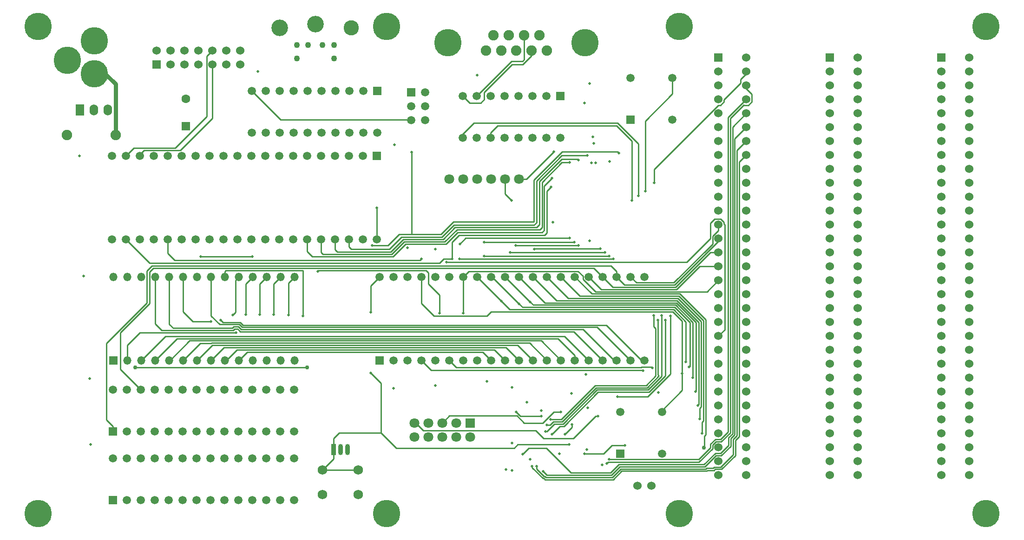
<source format=gbl>
G04 Layer_Physical_Order=4*
G04 Layer_Color=11436288*
%FSLAX24Y24*%
%MOIN*%
G70*
G01*
G75*
%ADD10C,0.0300*%
%ADD25C,0.0100*%
%ADD27C,0.0300*%
%ADD28C,0.1969*%
%ADD29R,0.0591X0.0591*%
%ADD30C,0.0591*%
%ADD31C,0.0709*%
%ADD32R,0.0630X0.0630*%
%ADD33C,0.0630*%
%ADD34O,0.0591X0.0591*%
%ADD35R,0.0591X0.0591*%
%ADD36R,0.0591X0.0591*%
%ADD37C,0.0591*%
%ADD38C,0.0600*%
%ADD39R,0.0600X0.0600*%
%ADD40C,0.0748*%
%ADD41R,0.0709X0.0709*%
%ADD42R,0.0344X0.0787*%
%ADD43O,0.0344X0.0787*%
%ADD44R,0.0600X0.0600*%
%ADD45R,0.0600X0.0800*%
%ADD46O,0.0600X0.0800*%
%ADD47C,0.1091*%
%ADD48C,0.1190*%
%ADD49C,0.1191*%
%ADD50C,0.0433*%
%ADD51C,0.0689*%
%ADD52C,0.0750*%
%ADD53C,0.0200*%
D10*
X87780Y72730D02*
D03*
X59300Y78500D02*
D03*
X46950D02*
D03*
D25*
X73500Y90970D02*
Y92030D01*
Y90970D02*
X73970Y90500D01*
X86048Y83780D02*
X87900Y81928D01*
X49684Y81320D02*
X53926D01*
X49406Y81598D02*
X49684Y81320D01*
X53926D02*
X54026Y81420D01*
X48860Y81160D02*
X53992D01*
X54092Y81260D01*
X54308D01*
X47300Y81000D02*
X54200D01*
X52406Y82194D02*
X53020Y81580D01*
X54440D01*
X53260Y81740D02*
X54507D01*
X53100Y81900D02*
X53260Y81740D01*
X48406Y81614D02*
X48860Y81160D01*
X74500Y92030D02*
X75030D01*
X77000Y94000D01*
X70225Y86275D02*
X81275D01*
X70225D02*
X70240Y86260D01*
X72000Y86500D02*
X80950D01*
X73850Y86750D02*
X80650D01*
X75600Y87000D02*
X75620Y87020D01*
X80330D01*
X74250Y87250D02*
X78750D01*
X72000Y87500D02*
X78450D01*
X70250Y87350D02*
X70675Y87775D01*
X78125D01*
X67400Y86200D02*
X67500Y86300D01*
X49800Y86200D02*
X67400D01*
X49300Y86700D02*
X49800Y86200D01*
X48000Y86000D02*
X68800D01*
X48174Y85800D02*
X81100D01*
X48268Y85630D02*
X79870D01*
X59000Y82200D02*
Y85470D01*
X53470D02*
X59000D01*
X53406Y85406D02*
X53470Y85470D01*
X69100Y86300D02*
X69700D01*
X68800Y86000D02*
X69100Y86300D01*
X49300Y86700D02*
Y87700D01*
X46300D02*
X48000Y86000D01*
X47811Y85437D02*
X48174Y85800D01*
X48000Y85362D02*
X48268Y85630D01*
X81100Y85800D02*
X81500Y85400D01*
X69300Y86050D02*
X86520D01*
X79870Y85630D02*
X80500Y85000D01*
X78745Y85405D02*
X79095Y85055D01*
X71332Y85405D02*
X78745D01*
X71327Y85400D02*
X71332Y85405D01*
X70900Y85400D02*
X71327D01*
X70500Y85000D02*
X70900Y85400D01*
X86520Y86050D02*
X88230Y87760D01*
X45900Y81000D02*
X48000Y83100D01*
X45900Y78364D02*
Y81000D01*
Y78364D02*
X47370Y76894D01*
X44900Y80226D02*
X47811Y83137D01*
X44900Y74740D02*
Y80226D01*
Y74740D02*
X45370Y74270D01*
X54460Y81060D02*
X78440D01*
X54460D02*
Y81108D01*
X78440Y81060D02*
X80500Y79000D01*
X54026Y81420D02*
X54374D01*
X54574Y81220D01*
X79115D01*
X54440Y81580D02*
X54640Y81380D01*
X80106D01*
X54507Y81740D02*
X54707Y81540D01*
X80763D01*
X79115Y81220D02*
X81335Y79000D01*
X80106Y81380D02*
X82486Y79000D01*
X80763Y81540D02*
X83303Y79000D01*
X87150Y76750D02*
X87210Y76810D01*
X87320Y75770D02*
X87410Y75860D01*
X47605Y94105D02*
X50205D01*
X47200Y93700D02*
X47605Y94105D01*
X47200Y93700D02*
X47545D01*
X46500Y93900D02*
X46865Y94265D01*
X46500Y93800D02*
Y93900D01*
X46400Y93700D02*
X46500Y93800D01*
X46300Y93700D02*
X46400D01*
X52100Y100850D02*
X52500Y101250D01*
X52100Y100440D02*
Y100850D01*
X52090Y100430D02*
X52100Y100440D01*
X50205Y94105D02*
X52500Y96400D01*
Y100250D01*
X73972Y100500D02*
X74750D01*
X71467Y97995D02*
X73972Y100500D01*
X74000Y100250D02*
X74750D01*
X72000Y98250D02*
X74000Y100250D01*
X72000Y97750D02*
Y98250D01*
X75406Y100906D02*
Y101250D01*
X74750Y100250D02*
X75406Y100906D01*
X74858Y100608D02*
Y102368D01*
X74750Y100500D02*
X74858Y100608D01*
X71750Y97500D02*
X72000Y97750D01*
X70962Y97500D02*
X71750D01*
X70467Y97995D02*
X70962Y97500D01*
X89820Y95770D02*
X90800Y96750D01*
X89660Y73804D02*
Y96384D01*
X90623Y97347D01*
X90623D01*
X90630Y97340D01*
X90970D01*
X89500Y96450D02*
X90800Y97750D01*
X89500Y73870D02*
Y96450D01*
X89980Y94930D02*
X90800Y95750D01*
X88800Y80750D02*
X89250Y81200D01*
Y88750D01*
X89210Y88790D02*
X89250Y88750D01*
X89820Y73738D02*
Y95770D01*
X89980Y73671D02*
Y94930D01*
X90140Y73605D02*
Y94090D01*
X90300Y73539D02*
Y93250D01*
X90020Y73259D02*
X90300Y73539D01*
X89850Y73315D02*
X90140Y73605D01*
X89690Y73381D02*
X89980Y73671D01*
X89530Y73448D02*
X89820Y73738D01*
X89016Y73160D02*
X89660Y73804D01*
X88970Y73340D02*
X89500Y73870D01*
X89210Y88790D02*
Y88920D01*
X88970Y89160D02*
X89210Y88920D01*
X88520Y89160D02*
X88970D01*
X88230Y88870D02*
X88520Y89160D01*
X88230Y87760D02*
Y88870D01*
X88390Y87920D02*
X88800Y88330D01*
X88390Y87369D02*
Y87920D01*
X88800Y88330D02*
Y88750D01*
X89850Y72220D02*
Y73315D01*
X90300Y93250D02*
X90800Y93750D01*
X90020Y72164D02*
Y73259D01*
X90140Y94090D02*
X90800Y94750D01*
X89690Y72834D02*
Y73381D01*
X89530Y72900D02*
Y73448D01*
X90800Y99600D02*
Y99750D01*
X90390Y99190D02*
X90800Y99600D01*
X90390Y98920D02*
Y99190D01*
X89210Y97740D02*
X90390Y98920D01*
X89210Y97580D02*
Y97740D01*
X88970Y97340D02*
X89210Y97580D01*
X88810Y97340D02*
X88970D01*
X91210Y97580D02*
Y98130D01*
X90970Y97340D02*
X91210Y97580D01*
X90800Y98540D02*
X91210Y98130D01*
X90800Y98540D02*
Y98750D01*
X88630Y73160D02*
X89016D01*
X88390Y72920D02*
X88630Y73160D01*
X88584Y73340D02*
X88970D01*
X88230Y72986D02*
X88584Y73340D01*
X88970Y72340D02*
X89530Y72900D01*
X88584Y72340D02*
X88970D01*
X75205Y72700D02*
X76450D01*
X74760Y72255D02*
X75205Y72700D01*
X89016Y72160D02*
X89690Y72834D01*
X88630Y72160D02*
X89016D01*
X87835Y71365D02*
X88630Y72160D01*
X76217Y71040D02*
X76507Y70750D01*
X88970Y71340D02*
X89850Y72220D01*
X88504Y71340D02*
X88970D01*
X75760Y71200D02*
Y71380D01*
X76361Y70670D02*
X76441Y70590D01*
X75760Y71200D02*
X76290Y70670D01*
X76361D01*
X89036Y71180D02*
X90020Y72164D01*
X88570Y71180D02*
X89036D01*
X75430Y71304D02*
Y71400D01*
X76295Y70510D02*
X76375Y70430D01*
X75430Y71304D02*
X76224Y70510D01*
X76295D01*
X82500Y85000D02*
X82920Y84580D01*
X88800Y87553D02*
Y87750D01*
X81500Y85000D02*
Y85400D01*
Y85000D02*
X82080Y84420D01*
X47811Y83137D02*
Y85437D01*
X45370Y73894D02*
Y74270D01*
X78500Y85000D02*
X79720Y83780D01*
X87810Y73562D02*
X87900Y73652D01*
X87810Y72760D02*
Y73562D01*
X87780Y72730D02*
X87810Y72760D01*
X77500Y85000D02*
X78880Y83620D01*
X87640Y74572D02*
X87740Y74672D01*
X87640Y73760D02*
Y74572D01*
X76500Y85000D02*
X78040Y83460D01*
X87480Y75562D02*
X87580Y75662D01*
X87480Y74780D02*
Y75562D01*
X75500Y85000D02*
X77200Y83300D01*
X74500Y85000D02*
X76360Y83140D01*
X75300Y83200D02*
X75520Y82980D01*
X73500Y85000D02*
X75300Y83200D01*
X86950Y77750D02*
X86960Y77760D01*
X74508Y83071D02*
X74759Y82820D01*
X72579Y85000D02*
X74508Y83071D01*
X86700Y78510D02*
X86760Y78570D01*
X71500Y84996D02*
X73228Y83268D01*
X73836Y82660D01*
X71500Y84996D02*
Y85000D01*
X86200Y76850D02*
Y78050D01*
X84750Y75400D02*
X86200Y76850D01*
X84750Y75300D02*
Y75400D01*
X83292Y78510D02*
X84040D01*
X83282Y78500D02*
X83292Y78510D01*
X69500Y79000D02*
X70000Y78500D01*
X83282D01*
X83350Y78300D02*
X83400Y78250D01*
X67500Y79000D02*
X68200Y78300D01*
X83350D01*
X79095Y84832D02*
Y85055D01*
X87990Y83940D02*
X88800Y84750D01*
X79095Y84832D02*
X79987Y83940D01*
X87450Y85750D02*
X88800D01*
X79500Y85000D02*
X80400Y84100D01*
X88224Y86750D02*
X88800D01*
X80500Y85000D02*
X81240Y84260D01*
X48000Y83100D02*
Y85362D01*
X76500Y74350D02*
X76697D01*
X51055Y93634D02*
Y93700D01*
X54406Y78997D02*
X55008Y79599D01*
X71901D01*
X72500Y79000D01*
X72730Y79770D02*
X73500Y79000D01*
X54278Y79770D02*
X72730D01*
X53505Y78997D02*
X54278Y79770D01*
X52406Y82194D02*
Y84997D01*
X82486Y79000D02*
X82500D01*
X50406Y82486D02*
Y84997D01*
Y82486D02*
X51092Y81800D01*
X52400D01*
X83303Y79000D02*
X83500D01*
X46406Y78997D02*
Y80106D01*
X47300Y81000D01*
X79971Y77200D02*
X83618D01*
X83684Y77040D02*
X84520Y77876D01*
X80037Y77040D02*
X83684D01*
X52406Y78997D02*
X53338Y79930D01*
X73570D01*
X74500Y79000D01*
X51406Y78997D02*
X52498Y80090D01*
X74410D01*
X75500Y79000D01*
X50406Y78997D02*
X51648Y80239D01*
X52421D01*
X52432Y80250D01*
X75250D01*
X76500Y79000D01*
X49406Y78997D02*
X49470D01*
X50882Y80410D01*
X76090D01*
X77500Y79000D01*
X48406Y78997D02*
X49978Y80570D01*
X77304D01*
X78500Y79374D01*
Y79000D02*
Y79374D01*
X47406Y78997D02*
X49138Y80730D01*
X77770D01*
X79500Y79000D01*
X48406Y81614D02*
Y84997D01*
X54308Y81260D02*
X54460Y81108D01*
X49406Y81598D02*
Y84997D01*
X81335Y79000D02*
X81500D01*
X57950Y82250D02*
Y84542D01*
X58406Y84997D01*
X56900Y82300D02*
Y84492D01*
X57406Y84997D01*
X55900Y82300D02*
Y84492D01*
X56406Y84997D01*
X54900Y82300D02*
Y84492D01*
X55406Y84997D01*
X53950Y82250D02*
X54150Y82450D01*
Y84742D01*
X54406Y84997D01*
X83723Y76400D02*
X85350Y78027D01*
X81550Y76400D02*
X83723D01*
X81550D02*
Y76450D01*
X68000Y84500D02*
Y85300D01*
X55341Y98361D02*
X57402Y96300D01*
X53406Y84997D02*
Y85406D01*
X63850Y84350D02*
X64500Y85000D01*
X63850Y82450D02*
Y84350D01*
X69000Y74500D02*
X69510Y75010D01*
X67000Y74500D02*
X67100D01*
X67636Y73964D01*
X75686D01*
X63850Y78100D02*
X64600Y77350D01*
Y73800D02*
Y77350D01*
X61200Y72600D02*
Y73405D01*
X61595Y73800D01*
X64600D01*
X85350Y78027D02*
X85350Y78027D01*
X83817Y76720D02*
X85000Y77903D01*
X84730Y82210D02*
X84740Y82220D01*
X84990Y77913D02*
X85000Y77903D01*
X84160Y81422D02*
Y82220D01*
X49835Y94265D02*
X52090Y96520D01*
X46865Y94265D02*
X49835D01*
X52090Y96520D02*
Y100430D01*
X57402Y96300D02*
X66700D01*
X65710Y72690D02*
X74155D01*
X64600Y73800D02*
X65710Y72690D01*
X74759Y82820D02*
X85650D01*
X75520Y82980D02*
X85717D01*
X76360Y83140D02*
X85783D01*
X86114Y83940D02*
X87990D01*
X85860Y84160D02*
X87450Y85750D01*
X85734Y84260D02*
X88224Y86750D01*
X85667Y84420D02*
X88157Y86910D01*
X88157D01*
X88800Y87553D01*
X88091Y87070D02*
X88091D01*
X88390Y87369D01*
X86200Y78050D02*
Y81818D01*
X86470Y78890D02*
Y81774D01*
X86760Y78570D02*
Y81710D01*
X86960Y77760D02*
Y81737D01*
X87210Y76810D02*
Y81713D01*
X87410Y75860D02*
Y81739D01*
X87580Y75662D02*
Y81795D01*
X87740Y74672D02*
Y81862D01*
X87900Y73652D02*
Y81928D01*
X82920Y84580D02*
X85601D01*
X88091Y87070D01*
X82080Y84420D02*
X85667D01*
X81240Y84260D02*
X85734D01*
X80400Y84100D02*
X85800D01*
X85860Y84160D01*
X85860D01*
X79987Y83940D02*
X86114D01*
X79720Y83780D02*
X86048D01*
X78880Y83620D02*
X85982D01*
X87740Y81862D01*
X78040Y83460D02*
X85915D01*
X87580Y81795D01*
X77200Y83300D02*
X85849D01*
X87410Y81739D01*
X85783Y83140D02*
X87210Y81713D01*
X85717Y82980D02*
X86960Y81737D01*
X85650Y82820D02*
X86760Y81710D01*
X73836Y82660D02*
X85584D01*
X86470Y81774D01*
X85182Y82500D02*
X85182Y82500D01*
X85518D01*
X86200Y81818D01*
X84450Y77946D02*
X84520Y77876D01*
X84450Y77946D02*
Y81900D01*
X83618Y77200D02*
X84294Y77876D01*
X84290Y77880D02*
X84294Y77876D01*
X84290Y77880D02*
Y81292D01*
X84160Y81422D02*
X84290Y81292D01*
X84040Y78510D02*
X84050Y78500D01*
Y78450D02*
Y78500D01*
X83750Y76880D02*
X84730Y77860D01*
Y82210D01*
X85350Y78027D02*
Y82200D01*
X88485Y71095D02*
X88570Y71180D01*
X88418Y71255D02*
X88504Y71340D01*
X87769Y71525D02*
X88584Y72340D01*
X87901Y71205D02*
X87951Y71255D01*
X88418D01*
X87967Y71045D02*
X88017Y71095D01*
X88485D01*
X80955Y71895D02*
X87395D01*
X87411Y71685D02*
X88390Y72664D01*
Y72920D01*
X87395Y71895D02*
X88230Y72730D01*
Y72986D01*
X76450Y72700D02*
X78240Y70910D01*
X80898Y71685D02*
X87411D01*
X80800Y71586D02*
X80898Y71685D01*
X78240Y70910D02*
X81060D01*
X81675Y71525D01*
X87769D01*
X81126Y70750D02*
X81741Y71365D01*
X87835D01*
X81193Y70590D02*
X81807Y71205D01*
X87901D01*
X81259Y70430D02*
X81874Y71045D01*
X87967D01*
X76507Y70750D02*
X81126D01*
X76441Y70590D02*
X81193D01*
X76375Y70430D02*
X81259D01*
X79195Y72300D02*
X80550D01*
X81150Y72900D01*
X82100D01*
X72500Y82500D02*
X85182D01*
X67500Y83100D02*
Y85000D01*
X68000Y84500D02*
X68800Y83700D01*
Y82400D02*
Y83700D01*
X72190Y82190D02*
X72500Y82500D01*
X67500Y83100D02*
X68410Y82190D01*
X72190D01*
X70500Y82400D02*
Y85000D01*
X70500Y82400D02*
X70500Y82400D01*
X69510Y75010D02*
X74364D01*
X76400Y73900D02*
X76494D01*
X76850Y73700D02*
X77420Y74270D01*
X77720D01*
X80170Y76720D01*
X83817D01*
X76494Y73900D02*
X77024Y74430D01*
X77654D01*
X80104Y76880D01*
X83750D01*
X76718Y74350D02*
X76958Y74590D01*
X77587D01*
X80037Y77040D01*
X76750Y74750D02*
X77521D01*
X79971Y77200D01*
X74155Y72690D02*
X74415Y72950D01*
X78100D01*
X75686Y73964D02*
X76250Y73400D01*
X78400D01*
X80000Y75000D01*
X80150D01*
X77800Y73700D02*
X78300Y74200D01*
Y74400D01*
X74364Y75010D02*
X74874Y74500D01*
X76203D02*
X77003Y75300D01*
X77500D01*
X74874Y74500D02*
X76203D01*
X74600Y75000D02*
X76100D01*
X74300Y75300D02*
X74600Y75000D01*
X85010Y77933D02*
Y81900D01*
X84990Y77913D02*
X85010Y77933D01*
X85500Y98150D02*
Y99300D01*
X76500Y91150D02*
X76800Y91450D01*
X69700Y86300D02*
Y87500D01*
X66350Y87350D02*
X69250D01*
X65450Y86450D02*
X66350Y87350D01*
X59660Y86450D02*
X65450D01*
X59300Y86810D02*
X59660Y86450D01*
X59300Y86810D02*
Y87700D01*
X77575Y93225D02*
X78125D01*
X66260Y87510D02*
X69160D01*
X65360Y86610D02*
X66260Y87510D01*
X60440Y86610D02*
X65360D01*
X60300Y86750D02*
X60440Y86610D01*
X60300Y86750D02*
Y87700D01*
X69700Y87500D02*
X70200Y88000D01*
X76326D02*
X76500Y88174D01*
X70200Y88000D02*
X76326D01*
X76500Y88174D02*
Y91150D01*
X76150Y91800D02*
X77575Y93225D01*
X76310Y91510D02*
X76875Y92075D01*
X76310Y88360D02*
Y91510D01*
X76150Y88200D02*
X76310Y88360D01*
X69250Y87350D02*
X70100Y88200D01*
X76150D01*
X69160Y87510D02*
X70050Y88400D01*
X76000D01*
X76150Y88550D01*
Y91800D01*
X78700Y93450D02*
X78755Y93395D01*
X77550Y93450D02*
X78700D01*
X75950Y91850D02*
X77550Y93450D01*
X75950Y88750D02*
Y91850D01*
X75760Y88560D02*
X75950Y88750D01*
X69910Y88560D02*
X75760D01*
X69050Y87700D02*
X69910Y88560D01*
X66200Y87700D02*
X69050D01*
X65300Y86800D02*
X66200Y87700D01*
X61450Y86800D02*
X65300D01*
X61300Y86950D02*
X61450Y86800D01*
X61300Y86950D02*
Y87700D01*
X77565Y93715D02*
X79385D01*
X75750Y91900D02*
X77565Y93715D01*
X75750Y88900D02*
Y91900D01*
X75570Y88720D02*
X75750Y88900D01*
X69820Y88720D02*
X75570D01*
X68960Y87860D02*
X69820Y88720D01*
X66060Y87860D02*
X68960D01*
X65200Y87000D02*
X66060Y87860D01*
X62450Y87000D02*
X65200D01*
X62300Y87150D02*
X62450Y87000D01*
X62300Y87150D02*
Y87700D01*
X83550Y91150D02*
Y96200D01*
X85500Y98150D01*
X71250Y96050D02*
X81550D01*
X70467Y95267D02*
X71250Y96050D01*
X70467Y94995D02*
Y95267D01*
X72467Y94995D02*
Y95367D01*
X72950Y95850D01*
X81500D01*
X82600Y94750D01*
Y90500D02*
Y94750D01*
X81550Y96050D02*
X83050Y94550D01*
Y90830D02*
Y94550D01*
X84200Y92730D02*
X88810Y97340D01*
X84200Y91750D02*
Y92730D01*
X81550Y94000D02*
X81650Y93900D01*
X77600Y94000D02*
X81550D01*
X75550Y91950D02*
X77600Y94000D01*
X75550Y88950D02*
Y91950D01*
X69800Y88950D02*
X75550D01*
X68900Y88050D02*
X69800Y88950D01*
X65103Y87250D02*
X65903Y88050D01*
X63950Y87250D02*
X65103D01*
X66800Y88050D02*
Y93950D01*
X65903Y88050D02*
X66800D01*
X68900D01*
X67830Y85470D02*
X68000Y85300D01*
X51650Y86450D02*
X55350D01*
X60050Y85400D02*
X60120Y85470D01*
X67830D01*
X64300Y87700D02*
X64300Y87700D01*
X64300Y87700D02*
Y89950D01*
X46950Y78500D02*
X59300D01*
X61200Y71922D02*
Y72600D01*
X60400Y71122D02*
X61200Y71922D01*
X60400Y71122D02*
X62959D01*
D27*
X44806Y99594D02*
X45550Y98850D01*
Y95200D02*
Y98850D01*
D28*
X108000Y103000D02*
D03*
X44033Y99594D02*
D03*
X42110Y100572D02*
D03*
X44039Y101956D02*
D03*
X69392Y101809D02*
D03*
X79230D02*
D03*
X40000Y103000D02*
D03*
Y68000D02*
D03*
X108000Y68000D02*
D03*
X86000Y103000D02*
D03*
Y68000D02*
D03*
X65000Y103000D02*
D03*
Y68000D02*
D03*
D29*
X66750Y98250D02*
D03*
D30*
X67750D02*
D03*
X66750Y97250D02*
D03*
X67750D02*
D03*
X66750Y96250D02*
D03*
X67750D02*
D03*
D31*
X69500Y92030D02*
D03*
X70500D02*
D03*
X71500D02*
D03*
X72500D02*
D03*
X73500D02*
D03*
X74500D02*
D03*
X71000Y73500D02*
D03*
X70000Y74500D02*
D03*
Y73500D02*
D03*
X69000Y74500D02*
D03*
Y73500D02*
D03*
X68000Y74500D02*
D03*
Y73500D02*
D03*
X67000Y74500D02*
D03*
Y73500D02*
D03*
D32*
X50600Y95816D02*
D03*
D33*
Y97784D02*
D03*
D34*
X58406Y84997D02*
D03*
X57406D02*
D03*
X56406D02*
D03*
X55406D02*
D03*
X54406D02*
D03*
X53406D02*
D03*
X52406D02*
D03*
X51406D02*
D03*
X50406D02*
D03*
X49406D02*
D03*
X48406D02*
D03*
X47406D02*
D03*
X46406D02*
D03*
X45406D02*
D03*
X58406Y78997D02*
D03*
X57406D02*
D03*
X56406D02*
D03*
X55406D02*
D03*
X54406D02*
D03*
X53406D02*
D03*
X52406D02*
D03*
X51406D02*
D03*
X50406D02*
D03*
X49406D02*
D03*
X48406D02*
D03*
X47406D02*
D03*
X46406D02*
D03*
D35*
X45406D02*
D03*
D36*
X64500Y79000D02*
D03*
X77467Y97995D02*
D03*
X45370Y68972D02*
D03*
Y73894D02*
D03*
X64341Y98361D02*
D03*
X81750Y72300D02*
D03*
X82500Y96300D02*
D03*
X64300Y93700D02*
D03*
D37*
X65500Y79000D02*
D03*
X66500D02*
D03*
X67500D02*
D03*
X68500D02*
D03*
X69500D02*
D03*
X70500D02*
D03*
X71500D02*
D03*
X72500D02*
D03*
X73500D02*
D03*
X74500D02*
D03*
X75500D02*
D03*
X76500D02*
D03*
X77500D02*
D03*
X78500D02*
D03*
X79500D02*
D03*
X80500D02*
D03*
X81500D02*
D03*
X82500D02*
D03*
X83500D02*
D03*
X64500Y85000D02*
D03*
X65500D02*
D03*
X66500D02*
D03*
X67500D02*
D03*
X68500D02*
D03*
X69500D02*
D03*
X70500D02*
D03*
X71500D02*
D03*
X72500D02*
D03*
X73500D02*
D03*
X74500D02*
D03*
X75500D02*
D03*
X76500D02*
D03*
X77500D02*
D03*
X78500D02*
D03*
X79500D02*
D03*
X80500D02*
D03*
X81500D02*
D03*
X82500D02*
D03*
X83500D02*
D03*
X70467Y94995D02*
D03*
X71467D02*
D03*
X72467D02*
D03*
X73467D02*
D03*
X74467D02*
D03*
X75467D02*
D03*
X76467D02*
D03*
X77467D02*
D03*
X70467Y97995D02*
D03*
X71467D02*
D03*
X72467D02*
D03*
X73467D02*
D03*
X74467D02*
D03*
X75467D02*
D03*
X76467D02*
D03*
X58370Y71972D02*
D03*
X57370D02*
D03*
X56370D02*
D03*
X55370D02*
D03*
X54370D02*
D03*
X53370D02*
D03*
X52370D02*
D03*
X51370D02*
D03*
X50370D02*
D03*
X49370D02*
D03*
X48370D02*
D03*
X47370D02*
D03*
X46370D02*
D03*
X45370D02*
D03*
X58370Y68972D02*
D03*
X57370D02*
D03*
X56370D02*
D03*
X55370D02*
D03*
X54370D02*
D03*
X53370D02*
D03*
X52370D02*
D03*
X51370D02*
D03*
X50370D02*
D03*
X49370D02*
D03*
X48370D02*
D03*
X47370D02*
D03*
X46370D02*
D03*
X58370Y76894D02*
D03*
X57370D02*
D03*
X56370D02*
D03*
X55370D02*
D03*
X54370D02*
D03*
X53370D02*
D03*
X52370D02*
D03*
X51370D02*
D03*
X50370D02*
D03*
X49370D02*
D03*
X48370D02*
D03*
X47370D02*
D03*
X46370D02*
D03*
X45370D02*
D03*
X58370Y73894D02*
D03*
X57370D02*
D03*
X56370D02*
D03*
X55370D02*
D03*
X54370D02*
D03*
X53370D02*
D03*
X52370D02*
D03*
X51370D02*
D03*
X50370D02*
D03*
X49370D02*
D03*
X48370D02*
D03*
X47370D02*
D03*
X46370D02*
D03*
X55341Y95361D02*
D03*
X56341D02*
D03*
X57341D02*
D03*
X58341D02*
D03*
X59341D02*
D03*
X60341D02*
D03*
X61341D02*
D03*
X62341D02*
D03*
X63341D02*
D03*
X64341D02*
D03*
X55341Y98361D02*
D03*
X56341D02*
D03*
X57341D02*
D03*
X58341D02*
D03*
X59341D02*
D03*
X60341D02*
D03*
X61341D02*
D03*
X62341D02*
D03*
X63341D02*
D03*
X84750Y75300D02*
D03*
X81750D02*
D03*
X84750Y72300D02*
D03*
X85500Y96300D02*
D03*
X82500Y99300D02*
D03*
X85500D02*
D03*
X45300Y87700D02*
D03*
X46300D02*
D03*
X47300D02*
D03*
X48300D02*
D03*
X49300D02*
D03*
X50300D02*
D03*
X51300D02*
D03*
X52300D02*
D03*
X53300D02*
D03*
X54300D02*
D03*
X55300D02*
D03*
X56300D02*
D03*
X57300D02*
D03*
X58300D02*
D03*
X59300D02*
D03*
X60300D02*
D03*
X61300D02*
D03*
X62300D02*
D03*
X63300D02*
D03*
X64300D02*
D03*
X45300Y93700D02*
D03*
X46300D02*
D03*
X47300D02*
D03*
X48300D02*
D03*
X49300D02*
D03*
X50300D02*
D03*
X51300D02*
D03*
X52300D02*
D03*
X53300D02*
D03*
X54300D02*
D03*
X55300D02*
D03*
X56300D02*
D03*
X57300D02*
D03*
X58300D02*
D03*
X59300D02*
D03*
X60300D02*
D03*
X61300D02*
D03*
X62300D02*
D03*
X63300D02*
D03*
D38*
X54500Y101250D02*
D03*
Y100250D02*
D03*
X53500Y101250D02*
D03*
Y100250D02*
D03*
X52500Y101250D02*
D03*
Y100250D02*
D03*
X51500Y101250D02*
D03*
Y100250D02*
D03*
X50500Y101250D02*
D03*
Y100250D02*
D03*
X49500Y101250D02*
D03*
Y100250D02*
D03*
X48500Y101250D02*
D03*
X84000Y70000D02*
D03*
X90800Y70750D02*
D03*
X88800D02*
D03*
X90800Y71750D02*
D03*
X88800D02*
D03*
X90800Y72750D02*
D03*
Y73750D02*
D03*
Y74750D02*
D03*
Y75750D02*
D03*
Y76750D02*
D03*
Y77750D02*
D03*
Y78750D02*
D03*
Y79750D02*
D03*
Y80750D02*
D03*
Y81750D02*
D03*
Y82750D02*
D03*
Y83750D02*
D03*
Y84750D02*
D03*
Y85750D02*
D03*
Y86750D02*
D03*
Y87750D02*
D03*
Y88750D02*
D03*
Y89750D02*
D03*
Y90750D02*
D03*
Y91750D02*
D03*
Y92750D02*
D03*
Y93750D02*
D03*
Y94750D02*
D03*
Y95750D02*
D03*
Y96750D02*
D03*
Y97750D02*
D03*
Y98750D02*
D03*
Y99750D02*
D03*
Y100750D02*
D03*
X88800Y85750D02*
D03*
Y84750D02*
D03*
Y83750D02*
D03*
Y82750D02*
D03*
Y81750D02*
D03*
Y80750D02*
D03*
Y79750D02*
D03*
Y78750D02*
D03*
Y77750D02*
D03*
Y76750D02*
D03*
Y75750D02*
D03*
Y74750D02*
D03*
Y73750D02*
D03*
Y72750D02*
D03*
Y86750D02*
D03*
Y87750D02*
D03*
Y88750D02*
D03*
Y89750D02*
D03*
Y90750D02*
D03*
Y91750D02*
D03*
Y92750D02*
D03*
Y93750D02*
D03*
Y94750D02*
D03*
Y95750D02*
D03*
Y96750D02*
D03*
Y97750D02*
D03*
Y98750D02*
D03*
Y99750D02*
D03*
X98800Y70750D02*
D03*
X96800D02*
D03*
X98800Y71750D02*
D03*
X96800D02*
D03*
X98800Y72750D02*
D03*
X96800D02*
D03*
X98800Y73750D02*
D03*
X96800D02*
D03*
X98800Y74750D02*
D03*
X96800D02*
D03*
X98800Y75750D02*
D03*
X96800D02*
D03*
X98800Y76750D02*
D03*
X96800D02*
D03*
X98800Y77750D02*
D03*
X96800D02*
D03*
X98800Y78750D02*
D03*
X96800D02*
D03*
X98800Y79750D02*
D03*
X96800D02*
D03*
X98800Y80750D02*
D03*
X96800D02*
D03*
X98800Y81750D02*
D03*
X96800D02*
D03*
X98800Y82750D02*
D03*
X96800D02*
D03*
X98800Y83750D02*
D03*
X96800D02*
D03*
X98800Y84750D02*
D03*
X96800D02*
D03*
X98800Y85750D02*
D03*
X96800D02*
D03*
X98800Y86750D02*
D03*
X96800D02*
D03*
X98800Y87750D02*
D03*
X96800D02*
D03*
X98800Y88750D02*
D03*
X96800D02*
D03*
X98800Y89750D02*
D03*
X96800D02*
D03*
X98800Y90750D02*
D03*
X96800D02*
D03*
X98800Y91750D02*
D03*
X96800D02*
D03*
X98800Y92750D02*
D03*
X96800D02*
D03*
X98800Y93750D02*
D03*
X96800D02*
D03*
X98800Y94750D02*
D03*
X96800D02*
D03*
X98800Y95750D02*
D03*
X96800D02*
D03*
X98800Y96750D02*
D03*
X96800D02*
D03*
X98800Y97750D02*
D03*
X96800D02*
D03*
X98800Y98750D02*
D03*
X96800D02*
D03*
X98800Y99750D02*
D03*
X96800D02*
D03*
X98800Y100750D02*
D03*
X106800Y70750D02*
D03*
X104800D02*
D03*
X106800Y71750D02*
D03*
X104800D02*
D03*
X106800Y72750D02*
D03*
X104800D02*
D03*
X106800Y73750D02*
D03*
X104800D02*
D03*
X106800Y74750D02*
D03*
X104800D02*
D03*
X106800Y75750D02*
D03*
X104800D02*
D03*
X106800Y76750D02*
D03*
X104800D02*
D03*
X106800Y77750D02*
D03*
X104800D02*
D03*
X106800Y78750D02*
D03*
X104800D02*
D03*
X106800Y79750D02*
D03*
X104800D02*
D03*
X106800Y80750D02*
D03*
X104800D02*
D03*
X106800Y81750D02*
D03*
X104800D02*
D03*
X106800Y82750D02*
D03*
X104800D02*
D03*
X106800Y83750D02*
D03*
X104800D02*
D03*
X106800Y84750D02*
D03*
X104800D02*
D03*
X106800Y85750D02*
D03*
X104800D02*
D03*
X106800Y86750D02*
D03*
X104800D02*
D03*
X106800Y87750D02*
D03*
X104800D02*
D03*
X106800Y88750D02*
D03*
X104800D02*
D03*
X106800Y89750D02*
D03*
X104800D02*
D03*
X106800Y90750D02*
D03*
X104800D02*
D03*
X106800Y91750D02*
D03*
X104800D02*
D03*
X106800Y92750D02*
D03*
X104800D02*
D03*
X106800Y93750D02*
D03*
X104800D02*
D03*
X106800Y94750D02*
D03*
X104800D02*
D03*
X106800Y95750D02*
D03*
X104800D02*
D03*
X106800Y96750D02*
D03*
X104800D02*
D03*
X106800Y97750D02*
D03*
X104800D02*
D03*
X106800Y98750D02*
D03*
X104800D02*
D03*
X106800Y99750D02*
D03*
X104800D02*
D03*
X106800Y100750D02*
D03*
X83000Y70000D02*
D03*
D39*
X48500Y100250D02*
D03*
D40*
X72122Y101250D02*
D03*
X72669Y102368D02*
D03*
X73217Y101250D02*
D03*
X73764Y102368D02*
D03*
X74311Y101250D02*
D03*
X74858Y102368D02*
D03*
X75406Y101250D02*
D03*
X75953Y102368D02*
D03*
X76500Y101250D02*
D03*
D41*
X71000Y74500D02*
D03*
D42*
X61200Y72600D02*
D03*
D43*
X61700D02*
D03*
X62200D02*
D03*
D44*
X88800Y100750D02*
D03*
X96800D02*
D03*
X104800D02*
D03*
D45*
X43000Y97000D02*
D03*
D46*
X44000D02*
D03*
X45000D02*
D03*
D47*
X62467Y102894D02*
D03*
D48*
X59900Y103150D02*
D03*
D49*
X57333Y102894D02*
D03*
D50*
X61239Y100689D02*
D03*
Y101674D02*
D03*
X60412D02*
D03*
X59378D02*
D03*
X58561D02*
D03*
Y100689D02*
D03*
D51*
X60400Y69350D02*
D03*
X62959D02*
D03*
Y71122D02*
D03*
X60400D02*
D03*
D52*
X42050Y95200D02*
D03*
X45550D02*
D03*
D53*
X73970Y90500D02*
D03*
X84500Y76700D02*
D03*
X81000Y93300D02*
D03*
X77000Y94000D02*
D03*
X71500Y99500D02*
D03*
X70225Y86275D02*
D03*
X81275D02*
D03*
X72000Y86500D02*
D03*
X80950D02*
D03*
X73850Y86750D02*
D03*
X80650D02*
D03*
X75600Y87000D02*
D03*
X80330Y87020D02*
D03*
X74250Y87250D02*
D03*
X78750D02*
D03*
X72000Y87500D02*
D03*
X78450D02*
D03*
X70250Y87350D02*
D03*
X78125Y87775D02*
D03*
X74000Y73066D02*
D03*
X67500Y86300D02*
D03*
X69700D02*
D03*
X69300Y86050D02*
D03*
X73550Y71150D02*
D03*
X43700Y77700D02*
D03*
X74760Y72255D02*
D03*
X76217Y71040D02*
D03*
X75760Y71380D02*
D03*
X75430Y71400D02*
D03*
X87640Y73760D02*
D03*
X87480Y74780D02*
D03*
X87320Y75770D02*
D03*
X87150Y76750D02*
D03*
X75300Y83200D02*
D03*
X86950Y77750D02*
D03*
X74508Y83071D02*
D03*
X86700Y78510D02*
D03*
X73228Y83268D02*
D03*
X86470Y78890D02*
D03*
X86200Y78050D02*
D03*
X83400Y78250D02*
D03*
X75300Y71900D02*
D03*
X78250Y76636D02*
D03*
X77400Y72300D02*
D03*
X75050Y76000D02*
D03*
X68500Y77200D02*
D03*
X65500Y77000D02*
D03*
X66500Y87100D02*
D03*
X81550Y76400D02*
D03*
X74000Y71100D02*
D03*
X76500Y74350D02*
D03*
X52400Y81800D02*
D03*
X53100Y81900D02*
D03*
X54200Y81000D02*
D03*
X76750Y74750D02*
D03*
X76400Y73900D02*
D03*
X76850Y73700D02*
D03*
X57950Y82250D02*
D03*
X56900Y82300D02*
D03*
X55900D02*
D03*
X54900D02*
D03*
X53950Y82250D02*
D03*
X72200Y77500D02*
D03*
X74000Y77050D02*
D03*
X76100Y75395D02*
D03*
X79441Y75600D02*
D03*
X79300Y78000D02*
D03*
X43765Y72965D02*
D03*
X65550Y94500D02*
D03*
X63850Y82450D02*
D03*
Y78100D02*
D03*
X78100Y72950D02*
D03*
X80150Y75000D02*
D03*
X77500Y75300D02*
D03*
X68500Y87000D02*
D03*
X55755Y99745D02*
D03*
X84740Y82220D02*
D03*
X84160D02*
D03*
X59000Y82200D02*
D03*
X85350D02*
D03*
X84450Y81900D02*
D03*
X84050Y78450D02*
D03*
X80955Y71895D02*
D03*
X80450Y71500D02*
D03*
X80800Y71586D02*
D03*
X79350Y72600D02*
D03*
X79195Y72300D02*
D03*
X82100Y72900D02*
D03*
X68800Y82400D02*
D03*
X70500D02*
D03*
X74300Y75300D02*
D03*
X77800Y73700D02*
D03*
X78300Y74400D02*
D03*
X76100Y75000D02*
D03*
X85010Y81900D02*
D03*
X79700Y93200D02*
D03*
X80015D02*
D03*
X79550Y98900D02*
D03*
X79202Y97500D02*
D03*
X79800Y95050D02*
D03*
X79850Y94600D02*
D03*
X79550Y87600D02*
D03*
X76925Y88925D02*
D03*
X76800Y91450D02*
D03*
X76875Y92075D02*
D03*
X78125Y93225D02*
D03*
X78755Y93395D02*
D03*
X79385Y93715D02*
D03*
X83550Y91150D02*
D03*
X82600Y90500D02*
D03*
X83050Y90830D02*
D03*
X84200Y91750D02*
D03*
X81650Y93900D02*
D03*
X63950Y87250D02*
D03*
X66800Y93950D02*
D03*
X55350Y86450D02*
D03*
X51650D02*
D03*
X60050Y85400D02*
D03*
X64300Y89950D02*
D03*
X43250Y85050D02*
D03*
X42950Y93700D02*
D03*
M02*

</source>
